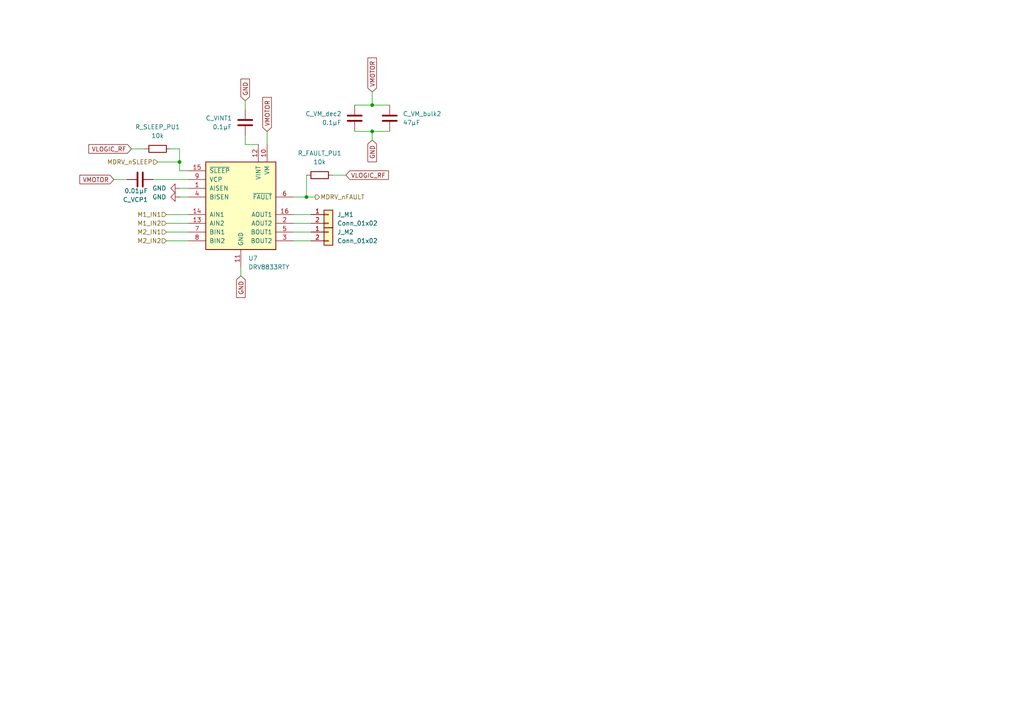
<source format=kicad_sch>
(kicad_sch (version 20250114) (generator "eeschema") (generator_version "9.0")
  (paper "A4")
  (lib_symbols
    (symbol "Connector_Generic:Conn_01x02" (pin_names (offset 1.016) (hide yes))
      (property "Reference" "J" (at 0 2.54 0))
      (property "Value" "Conn_01x02" (at 0 -5.08 0))
      (symbol "Conn_01x02_1_1"
        (rectangle (start -1.27 1.27) (end 1.27 -3.81) (stroke (width 0.254)) (fill (type background)))
        (rectangle (start -1.27 0.127) (end 0 -0.127) (stroke (width 0.1524)))
        (rectangle (start -1.27 -2.413) (end 0 -2.667) (stroke (width 0.1524)))
        (pin passive line (at -5.08 0 0) (length 3.81) (name "Pin_1") (number "1"))
        (pin passive line (at -5.08 -2.54 0) (length 3.81) (name "Pin_2") (number "2"))
      )
    )
    (symbol "Device:C" (pin_numbers (hide yes)) (pin_names (offset 0.254))
      (property "Reference" "C" (at 0.635 2.54 0))
      (property "Value" "C" (at 0.635 -2.54 0))
      (symbol "C_0_1"
        (polyline (pts (xy -2.032 0.762) (xy 2.032 0.762)) (stroke (width 0.508)))
        (polyline (pts (xy -2.032 -0.762) (xy 2.032 -0.762)) (stroke (width 0.508)))
      )
      (symbol "C_1_1"
        (pin passive line (at 0 3.81 270) (length 2.794) (name "~") (number "1"))
        (pin passive line (at 0 -3.81 90) (length 2.794) (name "~") (number "2"))
      )
    )
    (symbol "Device:R" (pin_numbers (hide yes)) (pin_names (offset 0))
      (property "Reference" "R" (at 2.032 0 90))
      (property "Value" "R" (at 0 0 90))
      (symbol "R_0_1"
        (rectangle (start -1.016 -2.54) (end 1.016 2.54) (stroke (width 0.254)))
      )
      (symbol "R_1_1"
        (pin passive line (at 0 3.81 270) (length 1.27) (name "~") (number "1"))
        (pin passive line (at 0 -3.81 90) (length 1.27) (name "~") (number "2"))
      )
    )
    (symbol "MyLib:DRV8833RTY" (pin_names (offset 1.016))
      (property "Reference" "U7" (at 2.1433 -15.24 0))
      (property "Value" "DRV8833RTY" (at 2.1433 -17.78 0))
      (symbol "DRV8833RTY_0_1"
        (rectangle (start -10.16 12.7) (end 10.16 -12.7) (stroke (width 0.254)) (fill (type background)))
      )
      (symbol "DRV8833RTY_1_1"
        (pin input line (at -15.24 10.16 0) (length 5.08) (name "~{SLEEP}") (number "15"))
        (pin bidirectional line (at -15.24 7.62 0) (length 5.08) (name "VCP") (number "9"))
        (pin passive line (at -15.24 5.08 0) (length 5.08) (name "AISEN") (number "1"))
        (pin passive line (at -15.24 2.54 0) (length 5.08) (name "BISEN") (number "4"))
        (pin input line (at -15.24 -2.54 0) (length 5.08) (name "AIN1") (number "14"))
        (pin input line (at -15.24 -5.08 0) (length 5.08) (name "AIN2") (number "13"))
        (pin input line (at -15.24 -7.62 0) (length 5.08) (name "BIN1") (number "7"))
        (pin input line (at -15.24 -10.16 0) (length 5.08) (name "BIN2") (number "8"))
        (pin power_in line (at 0 -17.78 90) (length 5.08) (name "GND") (number "11"))
        (pin passive line (at 0 -17.78 90) (length 5.08) (hide yes) (name "GND") (number "17"))
        (pin power_out line (at 5.08 17.78 270) (length 5.08) (name "VINT") (number "12"))
        (pin power_in line (at 7.62 17.78 270) (length 5.08) (name "VM") (number "10"))
        (pin open_collector line (at 15.24 2.54 180) (length 5.08) (name "~{FAULT}") (number "6"))
        (pin power_out line (at 15.24 -2.54 180) (length 5.08) (name "AOUT1") (number "16"))
        (pin power_out line (at 15.24 -5.08 180) (length 5.08) (name "AOUT2") (number "2"))
        (pin power_out line (at 15.24 -7.62 180) (length 5.08) (name "BOUT1") (number "5"))
        (pin power_out line (at 15.24 -10.16 180) (length 5.08) (name "BOUT2") (number "3"))
      )
    )
    (symbol "power:GND" (power) (pin_numbers (hide yes)) (pin_names (offset 0) (hide yes))
      (property "Value" "GND" (at 0 -3.81 0))
      (symbol "GND_0_1"
        (polyline (pts (xy 0 0) (xy 0 -1.27) (xy 1.27 -1.27) (xy 0 -2.54) (xy -1.27 -1.27) (xy 0 -1.27)))
      )
      (symbol "GND_1_1"
        (pin power_in line (at 0 0 270) (length 0) (name "~") (number "1"))
      )
    )
  )
  (junction (at 107.95 30.48))
  (junction (at 88.9 57.15))
  (junction (at 52.07 46.99))
  (junction (at 107.95 38.1))
  (wire (pts (xy 85.09 57.15) (xy 88.9 57.15)))
  (wire (pts (xy 85.09 62.23) (xy 90.17 62.23)))
  (wire (pts (xy 48.26 62.23) (xy 54.61 62.23)))
  (wire (pts (xy 52.07 54.61) (xy 54.61 54.61)))
  (wire (pts (xy 52.07 43.18) (xy 49.53 43.18)))
  (wire (pts (xy 52.07 46.99) (xy 52.07 43.18)))
  (wire (pts (xy 48.26 64.77) (xy 54.61 64.77)))
  (wire (pts (xy 77.47 38.1) (xy 77.47 41.91)))
  (wire (pts (xy 71.12 41.91) (xy 71.12 39.37)))
  (wire (pts (xy 38.1 43.18) (xy 41.91 43.18)))
  (wire (pts (xy 102.87 38.1) (xy 107.95 38.1)))
  (wire (pts (xy 44.45 52.07) (xy 54.61 52.07)))
  (wire (pts (xy 88.9 50.8) (xy 88.9 57.15)))
  (wire (pts (xy 52.07 49.53) (xy 54.61 49.53)))
  (wire (pts (xy 74.93 41.91) (xy 71.12 41.91)))
  (wire (pts (xy 69.85 77.47) (xy 69.85 80.01)))
  (wire (pts (xy 71.12 29.21) (xy 71.12 31.75)))
  (wire (pts (xy 88.9 57.15) (xy 91.44 57.15)))
  (wire (pts (xy 85.09 69.85) (xy 90.17 69.85)))
  (wire (pts (xy 102.87 30.48) (xy 107.95 30.48)))
  (wire (pts (xy 33.02 52.07) (xy 36.83 52.07)))
  (wire (pts (xy 107.95 26.67) (xy 107.95 30.48)))
  (wire (pts (xy 107.95 38.1) (xy 107.95 40.64)))
  (wire (pts (xy 85.09 64.77) (xy 90.17 64.77)))
  (wire (pts (xy 52.07 46.99) (xy 52.07 49.53)))
  (wire (pts (xy 96.52 50.8) (xy 100.33 50.8)))
  (wire (pts (xy 45.72 46.99) (xy 52.07 46.99)))
  (wire (pts (xy 107.95 30.48) (xy 113.03 30.48)))
  (wire (pts (xy 107.95 38.1) (xy 113.03 38.1)))
  (wire (pts (xy 48.26 69.85) (xy 54.61 69.85)))
  (wire (pts (xy 85.09 67.31) (xy 90.17 67.31)))
  (wire (pts (xy 52.07 57.15) (xy 54.61 57.15)))
  (wire (pts (xy 48.26 67.31) (xy 54.61 67.31)))
  (global_label "GND" (shape input) (at 69.85 80.01 270) (property "Intersheetrefs" "${INTERSHEET_REFS}" (effects (hide yes))))
  (global_label "GND" (shape input) (at 107.95 40.64 270) (property "Intersheetrefs" "${INTERSHEET_REFS}" (effects (hide yes))))
  (global_label "VMOTOR" (shape input) (at 33.02 52.07 180) (property "Intersheetrefs" "${INTERSHEET_REFS}" (effects (hide yes))))
  (global_label "GND" (shape input) (at 71.12 29.21 90) (property "Intersheetrefs" "${INTERSHEET_REFS}" (effects (hide yes))))
  (global_label "VMOTOR" (shape input) (at 107.95 26.67 90) (property "Intersheetrefs" "${INTERSHEET_REFS}" (effects (hide yes))))
  (global_label "VMOTOR" (shape input) (at 77.47 38.1 90) (property "Intersheetrefs" "${INTERSHEET_REFS}" (effects (hide yes))))
  (global_label "VLOGIC_RF" (shape input) (at 38.1 43.18 180) (property "Intersheetrefs" "${INTERSHEET_REFS}" (effects (hide yes))))
  (global_label "VLOGIC_RF" (shape input) (at 100.33 50.8 0) (property "Intersheetrefs" "${INTERSHEET_REFS}" (effects (hide yes))))
  (hierarchical_label "MDRV_nSLEEP" (shape input) (at 45.72 46.99 180))
  (hierarchical_label "MDRV_nFAULT" (shape output) (at 91.44 57.15 0))
  (hierarchical_label "M2_IN2" (shape input) (at 48.26 69.85 180))
  (hierarchical_label "M2_IN1" (shape input) (at 48.26 67.31 180))
  (hierarchical_label "M1_IN2" (shape input) (at 48.26 64.77 180))
  (hierarchical_label "M1_IN1" (shape input) (at 48.26 62.23 180))
  (symbol (lib_id "Device:C") (at 40.64 52.07 270) (mirror x) (unit 1)
    (property "Reference" "C_VCP1" (at 42.926 57.912 90) (effects (justify right)))
    (property "Value" "0.01µF" (at 42.926 55.372 90) (effects (justify right)))
    (property "Footprint" "Capacitor_SMD:C_0603_1608Metric" (effects (hide yes)))
    (property "Description" "Unpolarized capacitor" (effects (hide yes)))
  )
  (symbol (lib_id "Connector_Generic:Conn_01x02") (at 95.25 62.23 0) (unit 1)
    (property "Reference" "J_M1" (at 97.79 62.2299 0) (effects (justify left)))
    (property "Value" "Conn_01x02" (at 97.79 64.7699 0) (effects (justify left)))
    (property "Footprint" "Connector_JST:JST_VH_B2P-VH-B_1x02_P3.96mm_Vertical" (effects (hide yes)))
    (property "Description" "Generic connector, single row, 01x02, script generated (kicad-library-utils/schlib/autogen/connector/)" (effects (hide yes)))
  )
  (symbol (lib_id "power:GND") (at 52.07 54.61 270) (unit 1)
    (property "Reference" "#PWR02" (effects (hide yes)))
    (property "Value" "GND" (at 48.26 54.6099 90) (effects (justify right)))
    (property "Description" "Power symbol creates a global label with name \"GND\" , ground" (effects (hide yes)))
  )
  (symbol (lib_id "MyLib:DRV8833RTY") (at 69.85 59.69 0) (unit 1)
    (property "Reference" "U7" (at 71.9933 74.93 0) (effects (justify left)))
    (property "Value" "DRV8833RTY" (at 71.9933 77.47 0) (effects (justify left)))
    (property "Footprint" "Package_DFN_QFN:Texas_RTY_WQFN-16-1EP_4x4mm_P0.65mm_EP2.1x2.1mm_ThermalVias" (effects (hide yes)))
    (property "Datasheet" "http://www.ti.com/lit/ds/symlink/drv8833.pdf" (effects (hide yes)))
    (property "Description" "Dual H-Bridge Motor Driver, WQFN-16" (effects (hide yes)))
  )
  (symbol (lib_id "Device:C") (at 102.87 34.29 0) (mirror y) (unit 1)
    (property "Reference" "C_VM_dec2" (at 99.06 33.0199 0) (effects (justify left)))
    (property "Value" "0.1µF" (at 99.06 35.5599 0) (effects (justify left)))
    (property "Footprint" "Capacitor_SMD:C_0603_1608Metric" (effects (hide yes)))
    (property "Description" "Unpolarized capacitor" (effects (hide yes)))
  )
  (symbol (lib_id "Connector_Generic:Conn_01x02") (at 95.25 67.31 0) (unit 1)
    (property "Reference" "J_M2" (at 97.79 67.3099 0) (effects (justify left)))
    (property "Value" "Conn_01x02" (at 97.79 69.8499 0) (effects (justify left)))
    (property "Footprint" "Connector_JST:JST_VH_B2P-VH-B_1x02_P3.96mm_Vertical" (effects (hide yes)))
    (property "Description" "Generic connector, single row, 01x02, script generated (kicad-library-utils/schlib/autogen/connector/)" (effects (hide yes)))
  )
  (symbol (lib_id "Device:C") (at 113.03 34.29 0) (unit 1)
    (property "Reference" "C_VM_bulk2" (at 116.84 33.0199 0) (effects (justify left)))
    (property "Value" "47µF" (at 116.84 35.5599 0) (effects (justify left)))
    (property "Footprint" "Capacitor_SMD:CP_Elec_5x5.8" (effects (hide yes)))
    (property "Description" "Unpolarized capacitor" (effects (hide yes)))
  )
  (symbol (lib_id "Device:R") (at 92.71 50.8 90) (unit 1)
    (property "Reference" "R_FAULT_PU1" (at 92.71 44.45 90))
    (property "Value" "10k" (at 92.71 46.99 90))
    (property "Footprint" "Resistor_SMD:R_0612_1632Metric" (effects (hide yes)))
    (property "Description" "Resistor" (effects (hide yes)))
  )
  (symbol (lib_id "Device:R") (at 45.72 43.18 90) (unit 1)
    (property "Reference" "R_SLEEP_PU1" (at 45.72 36.83 90))
    (property "Value" "10k" (at 45.72 39.37 90))
    (property "Footprint" "Resistor_SMD:R_0612_1632Metric" (effects (hide yes)))
    (property "Description" "Resistor" (effects (hide yes)))
  )
  (symbol (lib_id "power:GND") (at 52.07 57.15 270) (unit 1)
    (property "Reference" "#PWR01" (effects (hide yes)))
    (property "Value" "GND" (at 48.26 57.1499 90) (effects (justify right)))
    (property "Description" "Power symbol creates a global label with name \"GND\" , ground" (effects (hide yes)))
  )
  (symbol (lib_id "Device:C") (at 71.12 35.56 0) (mirror y) (unit 1)
    (property "Reference" "C_VINT1" (at 67.31 34.2899 0) (effects (justify left)))
    (property "Value" "0.1µF" (at 67.31 36.8299 0) (effects (justify left)))
    (property "Footprint" "Capacitor_SMD:C_0603_1608Metric" (effects (hide yes)))
    (property "Description" "Unpolarized capacitor" (effects (hide yes)))
  )
)
</source>
